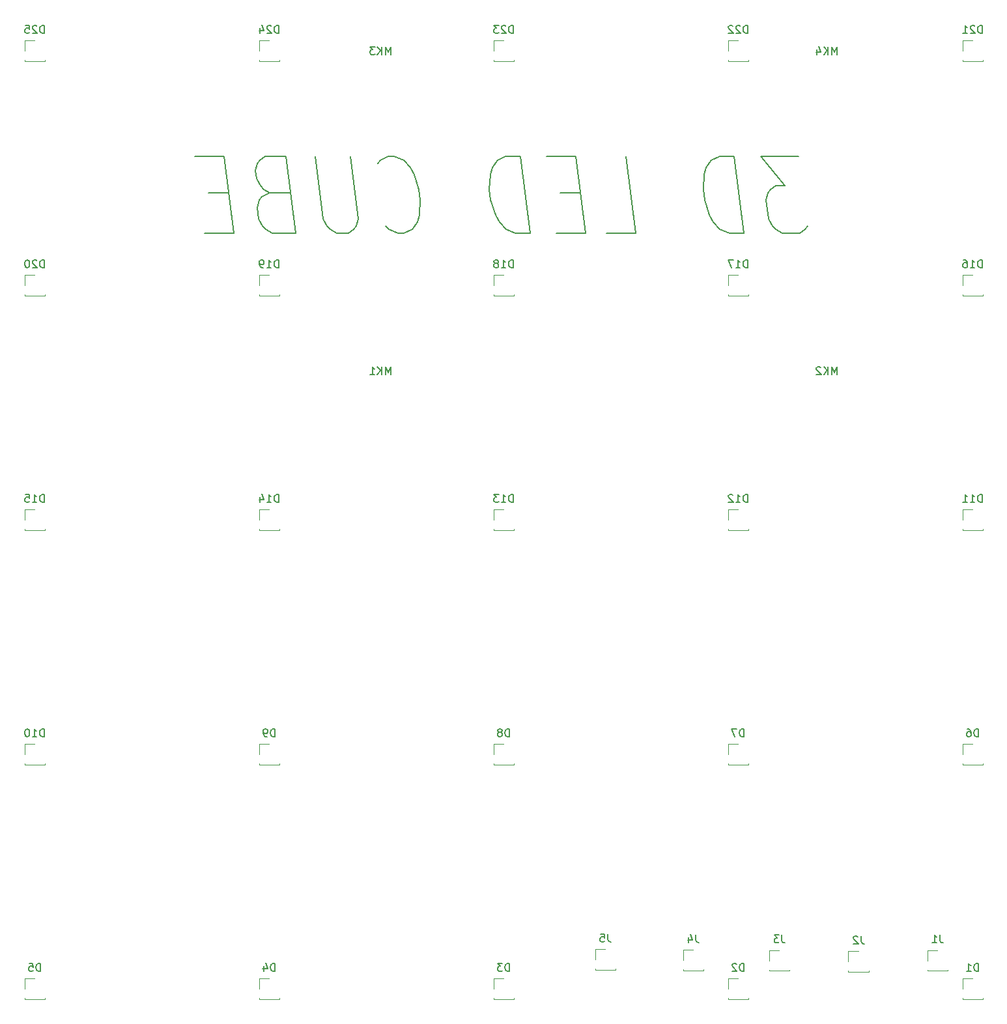
<source format=gbo>
%TF.GenerationSoftware,KiCad,Pcbnew,(6.0.5)*%
%TF.CreationDate,2022-06-12T15:20:55+02:00*%
%TF.ProjectId,3d cube,33642063-7562-4652-9e6b-696361645f70,rev?*%
%TF.SameCoordinates,PX849f6a8PYc7b8a98*%
%TF.FileFunction,Legend,Bot*%
%TF.FilePolarity,Positive*%
%FSLAX46Y46*%
G04 Gerber Fmt 4.6, Leading zero omitted, Abs format (unit mm)*
G04 Created by KiCad (PCBNEW (6.0.5)) date 2022-06-12 15:20:55*
%MOMM*%
%LPD*%
G01*
G04 APERTURE LIST*
%ADD10C,0.150000*%
%ADD11C,0.120000*%
G04 APERTURE END LIST*
D10*
X107324297Y115839191D02*
X102371916Y115839191D01*
X105514773Y112029667D01*
X104371916Y112029667D01*
X103669535Y111553477D01*
X103348107Y111077286D01*
X103086202Y110124905D01*
X103383821Y107743953D01*
X103883821Y106791572D01*
X104324297Y106315381D01*
X105145726Y105839191D01*
X107431440Y105839191D01*
X108133821Y106315381D01*
X108455250Y106791572D01*
X100193345Y105839191D02*
X98943345Y115839191D01*
X97038583Y115839191D01*
X95955250Y115363000D01*
X95312392Y114410620D01*
X95050488Y113458239D01*
X94907630Y111553477D01*
X95086202Y110124905D01*
X95705250Y108220143D01*
X96205250Y107267762D01*
X97086202Y106315381D01*
X98288583Y105839191D01*
X100193345Y105839191D01*
X82288583Y105839191D02*
X86098107Y105839191D01*
X84848107Y115839191D01*
X78967154Y111077286D02*
X76300488Y111077286D01*
X75812392Y105839191D02*
X79621916Y105839191D01*
X78371916Y115839191D01*
X74562392Y115839191D01*
X72383821Y105839191D02*
X71133821Y115839191D01*
X69229059Y115839191D01*
X68145726Y115363000D01*
X67502869Y114410620D01*
X67240964Y113458239D01*
X67098107Y111553477D01*
X67276678Y110124905D01*
X67895726Y108220143D01*
X68395726Y107267762D01*
X69276678Y106315381D01*
X70479059Y105839191D01*
X72383821Y105839191D01*
X53598107Y106791572D02*
X54038583Y106315381D01*
X55240964Y105839191D01*
X56002869Y105839191D01*
X57086202Y106315381D01*
X57729059Y107267762D01*
X57990964Y108220143D01*
X58133821Y110124905D01*
X57955250Y111553477D01*
X57336202Y113458239D01*
X56836202Y114410620D01*
X55955250Y115363000D01*
X54752869Y115839191D01*
X53990964Y115839191D01*
X52907630Y115363000D01*
X52586202Y114886810D01*
X49038583Y115839191D02*
X50050488Y107743953D01*
X49788583Y106791572D01*
X49467154Y106315381D01*
X48764773Y105839191D01*
X47240964Y105839191D01*
X46419535Y106315381D01*
X45979059Y106791572D01*
X45479059Y107743953D01*
X44467154Y115839191D01*
X38586202Y111077286D02*
X37502869Y110601096D01*
X37181440Y110124905D01*
X36919535Y109172524D01*
X37098107Y107743953D01*
X37598107Y106791572D01*
X38038583Y106315381D01*
X38860011Y105839191D01*
X41907630Y105839191D01*
X40657630Y115839191D01*
X37990964Y115839191D01*
X37288583Y115363000D01*
X36967154Y114886810D01*
X36705250Y113934429D01*
X36824297Y112982048D01*
X37324297Y112029667D01*
X37764773Y111553477D01*
X38586202Y111077286D01*
X41252869Y111077286D01*
X33252869Y111077286D02*
X30586202Y111077286D01*
X30098107Y105839191D02*
X33907630Y105839191D01*
X32657630Y115839191D01*
X28848107Y115839191D01*
%TO.C,MK1*%
X54268523Y87470620D02*
X54268523Y88470620D01*
X53935190Y87756334D01*
X53601857Y88470620D01*
X53601857Y87470620D01*
X53125666Y87470620D02*
X53125666Y88470620D01*
X52554238Y87470620D02*
X52982809Y88042048D01*
X52554238Y88470620D02*
X53125666Y87899191D01*
X51601857Y87470620D02*
X52173285Y87470620D01*
X51887571Y87470620D02*
X51887571Y88470620D01*
X51982809Y88327762D01*
X52078047Y88232524D01*
X52173285Y88184905D01*
%TO.C,MK2*%
X112268523Y87470620D02*
X112268523Y88470620D01*
X111935190Y87756334D01*
X111601857Y88470620D01*
X111601857Y87470620D01*
X111125666Y87470620D02*
X111125666Y88470620D01*
X110554238Y87470620D02*
X110982809Y88042048D01*
X110554238Y88470620D02*
X111125666Y87899191D01*
X110173285Y88375381D02*
X110125666Y88423000D01*
X110030428Y88470620D01*
X109792333Y88470620D01*
X109697095Y88423000D01*
X109649476Y88375381D01*
X109601857Y88280143D01*
X109601857Y88184905D01*
X109649476Y88042048D01*
X110220904Y87470620D01*
X109601857Y87470620D01*
%TO.C,MK3*%
X54268523Y129070620D02*
X54268523Y130070620D01*
X53935190Y129356334D01*
X53601857Y130070620D01*
X53601857Y129070620D01*
X53125666Y129070620D02*
X53125666Y130070620D01*
X52554238Y129070620D02*
X52982809Y129642048D01*
X52554238Y130070620D02*
X53125666Y129499191D01*
X52220904Y130070620D02*
X51601857Y130070620D01*
X51935190Y129689667D01*
X51792333Y129689667D01*
X51697095Y129642048D01*
X51649476Y129594429D01*
X51601857Y129499191D01*
X51601857Y129261096D01*
X51649476Y129165858D01*
X51697095Y129118239D01*
X51792333Y129070620D01*
X52078047Y129070620D01*
X52173285Y129118239D01*
X52220904Y129165858D01*
%TO.C,MK4*%
X112268523Y129070620D02*
X112268523Y130070620D01*
X111935190Y129356334D01*
X111601857Y130070620D01*
X111601857Y129070620D01*
X111125666Y129070620D02*
X111125666Y130070620D01*
X110554238Y129070620D02*
X110982809Y129642048D01*
X110554238Y130070620D02*
X111125666Y129499191D01*
X109697095Y129737286D02*
X109697095Y129070620D01*
X109935190Y130118239D02*
X110173285Y129403953D01*
X109554238Y129403953D01*
%TO.C,D14*%
X39695285Y70897620D02*
X39695285Y71897620D01*
X39457190Y71897620D01*
X39314333Y71850000D01*
X39219095Y71754762D01*
X39171476Y71659524D01*
X39123857Y71469048D01*
X39123857Y71326191D01*
X39171476Y71135715D01*
X39219095Y71040477D01*
X39314333Y70945239D01*
X39457190Y70897620D01*
X39695285Y70897620D01*
X38171476Y70897620D02*
X38742904Y70897620D01*
X38457190Y70897620D02*
X38457190Y71897620D01*
X38552428Y71754762D01*
X38647666Y71659524D01*
X38742904Y71611905D01*
X37314333Y71564286D02*
X37314333Y70897620D01*
X37552428Y71945239D02*
X37790523Y71230953D01*
X37171476Y71230953D01*
%TO.C,D13*%
X70175285Y70897620D02*
X70175285Y71897620D01*
X69937190Y71897620D01*
X69794333Y71850000D01*
X69699095Y71754762D01*
X69651476Y71659524D01*
X69603857Y71469048D01*
X69603857Y71326191D01*
X69651476Y71135715D01*
X69699095Y71040477D01*
X69794333Y70945239D01*
X69937190Y70897620D01*
X70175285Y70897620D01*
X68651476Y70897620D02*
X69222904Y70897620D01*
X68937190Y70897620D02*
X68937190Y71897620D01*
X69032428Y71754762D01*
X69127666Y71659524D01*
X69222904Y71611905D01*
X68318142Y71897620D02*
X67699095Y71897620D01*
X68032428Y71516667D01*
X67889571Y71516667D01*
X67794333Y71469048D01*
X67746714Y71421429D01*
X67699095Y71326191D01*
X67699095Y71088096D01*
X67746714Y70992858D01*
X67794333Y70945239D01*
X67889571Y70897620D01*
X68175285Y70897620D01*
X68270523Y70945239D01*
X68318142Y70992858D01*
%TO.C,D6*%
X130659095Y40417620D02*
X130659095Y41417620D01*
X130421000Y41417620D01*
X130278142Y41370000D01*
X130182904Y41274762D01*
X130135285Y41179524D01*
X130087666Y40989048D01*
X130087666Y40846191D01*
X130135285Y40655715D01*
X130182904Y40560477D01*
X130278142Y40465239D01*
X130421000Y40417620D01*
X130659095Y40417620D01*
X129230523Y41417620D02*
X129421000Y41417620D01*
X129516238Y41370000D01*
X129563857Y41322381D01*
X129659095Y41179524D01*
X129706714Y40989048D01*
X129706714Y40608096D01*
X129659095Y40512858D01*
X129611476Y40465239D01*
X129516238Y40417620D01*
X129325761Y40417620D01*
X129230523Y40465239D01*
X129182904Y40512858D01*
X129135285Y40608096D01*
X129135285Y40846191D01*
X129182904Y40941429D01*
X129230523Y40989048D01*
X129325761Y41036667D01*
X129516238Y41036667D01*
X129611476Y40989048D01*
X129659095Y40941429D01*
X129706714Y40846191D01*
%TO.C,J1*%
X125682333Y14620620D02*
X125682333Y13906334D01*
X125729952Y13763477D01*
X125825190Y13668239D01*
X125968047Y13620620D01*
X126063285Y13620620D01*
X124682333Y13620620D02*
X125253761Y13620620D01*
X124968047Y13620620D02*
X124968047Y14620620D01*
X125063285Y14477762D01*
X125158523Y14382524D01*
X125253761Y14334905D01*
%TO.C,D25*%
X9215285Y131857620D02*
X9215285Y132857620D01*
X8977190Y132857620D01*
X8834333Y132810000D01*
X8739095Y132714762D01*
X8691476Y132619524D01*
X8643857Y132429048D01*
X8643857Y132286191D01*
X8691476Y132095715D01*
X8739095Y132000477D01*
X8834333Y131905239D01*
X8977190Y131857620D01*
X9215285Y131857620D01*
X8262904Y132762381D02*
X8215285Y132810000D01*
X8120047Y132857620D01*
X7881952Y132857620D01*
X7786714Y132810000D01*
X7739095Y132762381D01*
X7691476Y132667143D01*
X7691476Y132571905D01*
X7739095Y132429048D01*
X8310523Y131857620D01*
X7691476Y131857620D01*
X6786714Y132857620D02*
X7262904Y132857620D01*
X7310523Y132381429D01*
X7262904Y132429048D01*
X7167666Y132476667D01*
X6929571Y132476667D01*
X6834333Y132429048D01*
X6786714Y132381429D01*
X6739095Y132286191D01*
X6739095Y132048096D01*
X6786714Y131952858D01*
X6834333Y131905239D01*
X6929571Y131857620D01*
X7167666Y131857620D01*
X7262904Y131905239D01*
X7310523Y131952858D01*
%TO.C,D7*%
X100179095Y40417620D02*
X100179095Y41417620D01*
X99941000Y41417620D01*
X99798142Y41370000D01*
X99702904Y41274762D01*
X99655285Y41179524D01*
X99607666Y40989048D01*
X99607666Y40846191D01*
X99655285Y40655715D01*
X99702904Y40560477D01*
X99798142Y40465239D01*
X99941000Y40417620D01*
X100179095Y40417620D01*
X99274333Y41417620D02*
X98607666Y41417620D01*
X99036238Y40417620D01*
%TO.C,D15*%
X9215285Y70897620D02*
X9215285Y71897620D01*
X8977190Y71897620D01*
X8834333Y71850000D01*
X8739095Y71754762D01*
X8691476Y71659524D01*
X8643857Y71469048D01*
X8643857Y71326191D01*
X8691476Y71135715D01*
X8739095Y71040477D01*
X8834333Y70945239D01*
X8977190Y70897620D01*
X9215285Y70897620D01*
X7691476Y70897620D02*
X8262904Y70897620D01*
X7977190Y70897620D02*
X7977190Y71897620D01*
X8072428Y71754762D01*
X8167666Y71659524D01*
X8262904Y71611905D01*
X6786714Y71897620D02*
X7262904Y71897620D01*
X7310523Y71421429D01*
X7262904Y71469048D01*
X7167666Y71516667D01*
X6929571Y71516667D01*
X6834333Y71469048D01*
X6786714Y71421429D01*
X6739095Y71326191D01*
X6739095Y71088096D01*
X6786714Y70992858D01*
X6834333Y70945239D01*
X6929571Y70897620D01*
X7167666Y70897620D01*
X7262904Y70945239D01*
X7310523Y70992858D01*
%TO.C,J4*%
X93932333Y14661499D02*
X93932333Y13947213D01*
X93979952Y13804356D01*
X94075190Y13709118D01*
X94218047Y13661499D01*
X94313285Y13661499D01*
X93027571Y14328165D02*
X93027571Y13661499D01*
X93265666Y14709118D02*
X93503761Y13994832D01*
X92884714Y13994832D01*
%TO.C,D23*%
X70175285Y131857620D02*
X70175285Y132857620D01*
X69937190Y132857620D01*
X69794333Y132810000D01*
X69699095Y132714762D01*
X69651476Y132619524D01*
X69603857Y132429048D01*
X69603857Y132286191D01*
X69651476Y132095715D01*
X69699095Y132000477D01*
X69794333Y131905239D01*
X69937190Y131857620D01*
X70175285Y131857620D01*
X69222904Y132762381D02*
X69175285Y132810000D01*
X69080047Y132857620D01*
X68841952Y132857620D01*
X68746714Y132810000D01*
X68699095Y132762381D01*
X68651476Y132667143D01*
X68651476Y132571905D01*
X68699095Y132429048D01*
X69270523Y131857620D01*
X68651476Y131857620D01*
X68318142Y132857620D02*
X67699095Y132857620D01*
X68032428Y132476667D01*
X67889571Y132476667D01*
X67794333Y132429048D01*
X67746714Y132381429D01*
X67699095Y132286191D01*
X67699095Y132048096D01*
X67746714Y131952858D01*
X67794333Y131905239D01*
X67889571Y131857620D01*
X68175285Y131857620D01*
X68270523Y131905239D01*
X68318142Y131952858D01*
%TO.C,D21*%
X131135285Y131857620D02*
X131135285Y132857620D01*
X130897190Y132857620D01*
X130754333Y132810000D01*
X130659095Y132714762D01*
X130611476Y132619524D01*
X130563857Y132429048D01*
X130563857Y132286191D01*
X130611476Y132095715D01*
X130659095Y132000477D01*
X130754333Y131905239D01*
X130897190Y131857620D01*
X131135285Y131857620D01*
X130182904Y132762381D02*
X130135285Y132810000D01*
X130040047Y132857620D01*
X129801952Y132857620D01*
X129706714Y132810000D01*
X129659095Y132762381D01*
X129611476Y132667143D01*
X129611476Y132571905D01*
X129659095Y132429048D01*
X130230523Y131857620D01*
X129611476Y131857620D01*
X128659095Y131857620D02*
X129230523Y131857620D01*
X128944809Y131857620D02*
X128944809Y132857620D01*
X129040047Y132714762D01*
X129135285Y132619524D01*
X129230523Y132571905D01*
%TO.C,D24*%
X39695285Y131857620D02*
X39695285Y132857620D01*
X39457190Y132857620D01*
X39314333Y132810000D01*
X39219095Y132714762D01*
X39171476Y132619524D01*
X39123857Y132429048D01*
X39123857Y132286191D01*
X39171476Y132095715D01*
X39219095Y132000477D01*
X39314333Y131905239D01*
X39457190Y131857620D01*
X39695285Y131857620D01*
X38742904Y132762381D02*
X38695285Y132810000D01*
X38600047Y132857620D01*
X38361952Y132857620D01*
X38266714Y132810000D01*
X38219095Y132762381D01*
X38171476Y132667143D01*
X38171476Y132571905D01*
X38219095Y132429048D01*
X38790523Y131857620D01*
X38171476Y131857620D01*
X37314333Y132524286D02*
X37314333Y131857620D01*
X37552428Y132905239D02*
X37790523Y132190953D01*
X37171476Y132190953D01*
%TO.C,D19*%
X39695285Y101377620D02*
X39695285Y102377620D01*
X39457190Y102377620D01*
X39314333Y102330000D01*
X39219095Y102234762D01*
X39171476Y102139524D01*
X39123857Y101949048D01*
X39123857Y101806191D01*
X39171476Y101615715D01*
X39219095Y101520477D01*
X39314333Y101425239D01*
X39457190Y101377620D01*
X39695285Y101377620D01*
X38171476Y101377620D02*
X38742904Y101377620D01*
X38457190Y101377620D02*
X38457190Y102377620D01*
X38552428Y102234762D01*
X38647666Y102139524D01*
X38742904Y102091905D01*
X37695285Y101377620D02*
X37504809Y101377620D01*
X37409571Y101425239D01*
X37361952Y101472858D01*
X37266714Y101615715D01*
X37219095Y101806191D01*
X37219095Y102187143D01*
X37266714Y102282381D01*
X37314333Y102330000D01*
X37409571Y102377620D01*
X37600047Y102377620D01*
X37695285Y102330000D01*
X37742904Y102282381D01*
X37790523Y102187143D01*
X37790523Y101949048D01*
X37742904Y101853810D01*
X37695285Y101806191D01*
X37600047Y101758572D01*
X37409571Y101758572D01*
X37314333Y101806191D01*
X37266714Y101853810D01*
X37219095Y101949048D01*
%TO.C,D8*%
X69699095Y40417620D02*
X69699095Y41417620D01*
X69461000Y41417620D01*
X69318142Y41370000D01*
X69222904Y41274762D01*
X69175285Y41179524D01*
X69127666Y40989048D01*
X69127666Y40846191D01*
X69175285Y40655715D01*
X69222904Y40560477D01*
X69318142Y40465239D01*
X69461000Y40417620D01*
X69699095Y40417620D01*
X68556238Y40989048D02*
X68651476Y41036667D01*
X68699095Y41084286D01*
X68746714Y41179524D01*
X68746714Y41227143D01*
X68699095Y41322381D01*
X68651476Y41370000D01*
X68556238Y41417620D01*
X68365761Y41417620D01*
X68270523Y41370000D01*
X68222904Y41322381D01*
X68175285Y41227143D01*
X68175285Y41179524D01*
X68222904Y41084286D01*
X68270523Y41036667D01*
X68365761Y40989048D01*
X68556238Y40989048D01*
X68651476Y40941429D01*
X68699095Y40893810D01*
X68746714Y40798572D01*
X68746714Y40608096D01*
X68699095Y40512858D01*
X68651476Y40465239D01*
X68556238Y40417620D01*
X68365761Y40417620D01*
X68270523Y40465239D01*
X68222904Y40512858D01*
X68175285Y40608096D01*
X68175285Y40798572D01*
X68222904Y40893810D01*
X68270523Y40941429D01*
X68365761Y40989048D01*
%TO.C,D16*%
X131135285Y101377620D02*
X131135285Y102377620D01*
X130897190Y102377620D01*
X130754333Y102330000D01*
X130659095Y102234762D01*
X130611476Y102139524D01*
X130563857Y101949048D01*
X130563857Y101806191D01*
X130611476Y101615715D01*
X130659095Y101520477D01*
X130754333Y101425239D01*
X130897190Y101377620D01*
X131135285Y101377620D01*
X129611476Y101377620D02*
X130182904Y101377620D01*
X129897190Y101377620D02*
X129897190Y102377620D01*
X129992428Y102234762D01*
X130087666Y102139524D01*
X130182904Y102091905D01*
X128754333Y102377620D02*
X128944809Y102377620D01*
X129040047Y102330000D01*
X129087666Y102282381D01*
X129182904Y102139524D01*
X129230523Y101949048D01*
X129230523Y101568096D01*
X129182904Y101472858D01*
X129135285Y101425239D01*
X129040047Y101377620D01*
X128849571Y101377620D01*
X128754333Y101425239D01*
X128706714Y101472858D01*
X128659095Y101568096D01*
X128659095Y101806191D01*
X128706714Y101901429D01*
X128754333Y101949048D01*
X128849571Y101996667D01*
X129040047Y101996667D01*
X129135285Y101949048D01*
X129182904Y101901429D01*
X129230523Y101806191D01*
%TO.C,D1*%
X130659095Y9937620D02*
X130659095Y10937620D01*
X130421000Y10937620D01*
X130278142Y10890000D01*
X130182904Y10794762D01*
X130135285Y10699524D01*
X130087666Y10509048D01*
X130087666Y10366191D01*
X130135285Y10175715D01*
X130182904Y10080477D01*
X130278142Y9985239D01*
X130421000Y9937620D01*
X130659095Y9937620D01*
X129135285Y9937620D02*
X129706714Y9937620D01*
X129421000Y9937620D02*
X129421000Y10937620D01*
X129516238Y10794762D01*
X129611476Y10699524D01*
X129706714Y10651905D01*
%TO.C,D4*%
X39219095Y9937620D02*
X39219095Y10937620D01*
X38981000Y10937620D01*
X38838142Y10890000D01*
X38742904Y10794762D01*
X38695285Y10699524D01*
X38647666Y10509048D01*
X38647666Y10366191D01*
X38695285Y10175715D01*
X38742904Y10080477D01*
X38838142Y9985239D01*
X38981000Y9937620D01*
X39219095Y9937620D01*
X37790523Y10604286D02*
X37790523Y9937620D01*
X38028619Y10985239D02*
X38266714Y10270953D01*
X37647666Y10270953D01*
%TO.C,D18*%
X70175285Y101377620D02*
X70175285Y102377620D01*
X69937190Y102377620D01*
X69794333Y102330000D01*
X69699095Y102234762D01*
X69651476Y102139524D01*
X69603857Y101949048D01*
X69603857Y101806191D01*
X69651476Y101615715D01*
X69699095Y101520477D01*
X69794333Y101425239D01*
X69937190Y101377620D01*
X70175285Y101377620D01*
X68651476Y101377620D02*
X69222904Y101377620D01*
X68937190Y101377620D02*
X68937190Y102377620D01*
X69032428Y102234762D01*
X69127666Y102139524D01*
X69222904Y102091905D01*
X68080047Y101949048D02*
X68175285Y101996667D01*
X68222904Y102044286D01*
X68270523Y102139524D01*
X68270523Y102187143D01*
X68222904Y102282381D01*
X68175285Y102330000D01*
X68080047Y102377620D01*
X67889571Y102377620D01*
X67794333Y102330000D01*
X67746714Y102282381D01*
X67699095Y102187143D01*
X67699095Y102139524D01*
X67746714Y102044286D01*
X67794333Y101996667D01*
X67889571Y101949048D01*
X68080047Y101949048D01*
X68175285Y101901429D01*
X68222904Y101853810D01*
X68270523Y101758572D01*
X68270523Y101568096D01*
X68222904Y101472858D01*
X68175285Y101425239D01*
X68080047Y101377620D01*
X67889571Y101377620D01*
X67794333Y101425239D01*
X67746714Y101472858D01*
X67699095Y101568096D01*
X67699095Y101758572D01*
X67746714Y101853810D01*
X67794333Y101901429D01*
X67889571Y101949048D01*
%TO.C,D11*%
X131135285Y70897620D02*
X131135285Y71897620D01*
X130897190Y71897620D01*
X130754333Y71850000D01*
X130659095Y71754762D01*
X130611476Y71659524D01*
X130563857Y71469048D01*
X130563857Y71326191D01*
X130611476Y71135715D01*
X130659095Y71040477D01*
X130754333Y70945239D01*
X130897190Y70897620D01*
X131135285Y70897620D01*
X129611476Y70897620D02*
X130182904Y70897620D01*
X129897190Y70897620D02*
X129897190Y71897620D01*
X129992428Y71754762D01*
X130087666Y71659524D01*
X130182904Y71611905D01*
X128659095Y70897620D02*
X129230523Y70897620D01*
X128944809Y70897620D02*
X128944809Y71897620D01*
X129040047Y71754762D01*
X129135285Y71659524D01*
X129230523Y71611905D01*
%TO.C,D22*%
X100655285Y131857620D02*
X100655285Y132857620D01*
X100417190Y132857620D01*
X100274333Y132810000D01*
X100179095Y132714762D01*
X100131476Y132619524D01*
X100083857Y132429048D01*
X100083857Y132286191D01*
X100131476Y132095715D01*
X100179095Y132000477D01*
X100274333Y131905239D01*
X100417190Y131857620D01*
X100655285Y131857620D01*
X99702904Y132762381D02*
X99655285Y132810000D01*
X99560047Y132857620D01*
X99321952Y132857620D01*
X99226714Y132810000D01*
X99179095Y132762381D01*
X99131476Y132667143D01*
X99131476Y132571905D01*
X99179095Y132429048D01*
X99750523Y131857620D01*
X99131476Y131857620D01*
X98750523Y132762381D02*
X98702904Y132810000D01*
X98607666Y132857620D01*
X98369571Y132857620D01*
X98274333Y132810000D01*
X98226714Y132762381D01*
X98179095Y132667143D01*
X98179095Y132571905D01*
X98226714Y132429048D01*
X98798142Y131857620D01*
X98179095Y131857620D01*
%TO.C,D5*%
X8739095Y9937620D02*
X8739095Y10937620D01*
X8501000Y10937620D01*
X8358142Y10890000D01*
X8262904Y10794762D01*
X8215285Y10699524D01*
X8167666Y10509048D01*
X8167666Y10366191D01*
X8215285Y10175715D01*
X8262904Y10080477D01*
X8358142Y9985239D01*
X8501000Y9937620D01*
X8739095Y9937620D01*
X7262904Y10937620D02*
X7739095Y10937620D01*
X7786714Y10461429D01*
X7739095Y10509048D01*
X7643857Y10556667D01*
X7405761Y10556667D01*
X7310523Y10509048D01*
X7262904Y10461429D01*
X7215285Y10366191D01*
X7215285Y10128096D01*
X7262904Y10032858D01*
X7310523Y9985239D01*
X7405761Y9937620D01*
X7643857Y9937620D01*
X7739095Y9985239D01*
X7786714Y10032858D01*
%TO.C,D17*%
X100655285Y101377620D02*
X100655285Y102377620D01*
X100417190Y102377620D01*
X100274333Y102330000D01*
X100179095Y102234762D01*
X100131476Y102139524D01*
X100083857Y101949048D01*
X100083857Y101806191D01*
X100131476Y101615715D01*
X100179095Y101520477D01*
X100274333Y101425239D01*
X100417190Y101377620D01*
X100655285Y101377620D01*
X99131476Y101377620D02*
X99702904Y101377620D01*
X99417190Y101377620D02*
X99417190Y102377620D01*
X99512428Y102234762D01*
X99607666Y102139524D01*
X99702904Y102091905D01*
X98798142Y102377620D02*
X98131476Y102377620D01*
X98560047Y101377620D01*
%TO.C,D12*%
X100655285Y70897620D02*
X100655285Y71897620D01*
X100417190Y71897620D01*
X100274333Y71850000D01*
X100179095Y71754762D01*
X100131476Y71659524D01*
X100083857Y71469048D01*
X100083857Y71326191D01*
X100131476Y71135715D01*
X100179095Y71040477D01*
X100274333Y70945239D01*
X100417190Y70897620D01*
X100655285Y70897620D01*
X99131476Y70897620D02*
X99702904Y70897620D01*
X99417190Y70897620D02*
X99417190Y71897620D01*
X99512428Y71754762D01*
X99607666Y71659524D01*
X99702904Y71611905D01*
X98750523Y71802381D02*
X98702904Y71850000D01*
X98607666Y71897620D01*
X98369571Y71897620D01*
X98274333Y71850000D01*
X98226714Y71802381D01*
X98179095Y71707143D01*
X98179095Y71611905D01*
X98226714Y71469048D01*
X98798142Y70897620D01*
X98179095Y70897620D01*
%TO.C,D2*%
X100179095Y9937620D02*
X100179095Y10937620D01*
X99941000Y10937620D01*
X99798142Y10890000D01*
X99702904Y10794762D01*
X99655285Y10699524D01*
X99607666Y10509048D01*
X99607666Y10366191D01*
X99655285Y10175715D01*
X99702904Y10080477D01*
X99798142Y9985239D01*
X99941000Y9937620D01*
X100179095Y9937620D01*
X99226714Y10842381D02*
X99179095Y10890000D01*
X99083857Y10937620D01*
X98845761Y10937620D01*
X98750523Y10890000D01*
X98702904Y10842381D01*
X98655285Y10747143D01*
X98655285Y10651905D01*
X98702904Y10509048D01*
X99274333Y9937620D01*
X98655285Y9937620D01*
%TO.C,J5*%
X82502333Y14747620D02*
X82502333Y14033334D01*
X82549952Y13890477D01*
X82645190Y13795239D01*
X82788047Y13747620D01*
X82883285Y13747620D01*
X81549952Y14747620D02*
X82026142Y14747620D01*
X82073761Y14271429D01*
X82026142Y14319048D01*
X81930904Y14366667D01*
X81692809Y14366667D01*
X81597571Y14319048D01*
X81549952Y14271429D01*
X81502333Y14176191D01*
X81502333Y13938096D01*
X81549952Y13842858D01*
X81597571Y13795239D01*
X81692809Y13747620D01*
X81930904Y13747620D01*
X82026142Y13795239D01*
X82073761Y13842858D01*
%TO.C,J3*%
X105129278Y14620620D02*
X105129278Y13906334D01*
X105176897Y13763477D01*
X105272135Y13668239D01*
X105414992Y13620620D01*
X105510230Y13620620D01*
X104748325Y14620620D02*
X104129278Y14620620D01*
X104462611Y14239667D01*
X104319754Y14239667D01*
X104224516Y14192048D01*
X104176897Y14144429D01*
X104129278Y14049191D01*
X104129278Y13811096D01*
X104176897Y13715858D01*
X104224516Y13668239D01*
X104319754Y13620620D01*
X104605468Y13620620D01*
X104700706Y13668239D01*
X104748325Y13715858D01*
%TO.C,D9*%
X39219095Y40417620D02*
X39219095Y41417620D01*
X38981000Y41417620D01*
X38838142Y41370000D01*
X38742904Y41274762D01*
X38695285Y41179524D01*
X38647666Y40989048D01*
X38647666Y40846191D01*
X38695285Y40655715D01*
X38742904Y40560477D01*
X38838142Y40465239D01*
X38981000Y40417620D01*
X39219095Y40417620D01*
X38171476Y40417620D02*
X37981000Y40417620D01*
X37885761Y40465239D01*
X37838142Y40512858D01*
X37742904Y40655715D01*
X37695285Y40846191D01*
X37695285Y41227143D01*
X37742904Y41322381D01*
X37790523Y41370000D01*
X37885761Y41417620D01*
X38076238Y41417620D01*
X38171476Y41370000D01*
X38219095Y41322381D01*
X38266714Y41227143D01*
X38266714Y40989048D01*
X38219095Y40893810D01*
X38171476Y40846191D01*
X38076238Y40798572D01*
X37885761Y40798572D01*
X37790523Y40846191D01*
X37742904Y40893810D01*
X37695285Y40989048D01*
%TO.C,J2*%
X115422333Y14493620D02*
X115422333Y13779334D01*
X115469952Y13636477D01*
X115565190Y13541239D01*
X115708047Y13493620D01*
X115803285Y13493620D01*
X114993761Y14398381D02*
X114946142Y14446000D01*
X114850904Y14493620D01*
X114612809Y14493620D01*
X114517571Y14446000D01*
X114469952Y14398381D01*
X114422333Y14303143D01*
X114422333Y14207905D01*
X114469952Y14065048D01*
X115041380Y13493620D01*
X114422333Y13493620D01*
%TO.C,D10*%
X9215285Y40417620D02*
X9215285Y41417620D01*
X8977190Y41417620D01*
X8834333Y41370000D01*
X8739095Y41274762D01*
X8691476Y41179524D01*
X8643857Y40989048D01*
X8643857Y40846191D01*
X8691476Y40655715D01*
X8739095Y40560477D01*
X8834333Y40465239D01*
X8977190Y40417620D01*
X9215285Y40417620D01*
X7691476Y40417620D02*
X8262904Y40417620D01*
X7977190Y40417620D02*
X7977190Y41417620D01*
X8072428Y41274762D01*
X8167666Y41179524D01*
X8262904Y41131905D01*
X7072428Y41417620D02*
X6977190Y41417620D01*
X6881952Y41370000D01*
X6834333Y41322381D01*
X6786714Y41227143D01*
X6739095Y41036667D01*
X6739095Y40798572D01*
X6786714Y40608096D01*
X6834333Y40512858D01*
X6881952Y40465239D01*
X6977190Y40417620D01*
X7072428Y40417620D01*
X7167666Y40465239D01*
X7215285Y40512858D01*
X7262904Y40608096D01*
X7310523Y40798572D01*
X7310523Y41036667D01*
X7262904Y41227143D01*
X7215285Y41322381D01*
X7167666Y41370000D01*
X7072428Y41417620D01*
%TO.C,D20*%
X9215285Y101377620D02*
X9215285Y102377620D01*
X8977190Y102377620D01*
X8834333Y102330000D01*
X8739095Y102234762D01*
X8691476Y102139524D01*
X8643857Y101949048D01*
X8643857Y101806191D01*
X8691476Y101615715D01*
X8739095Y101520477D01*
X8834333Y101425239D01*
X8977190Y101377620D01*
X9215285Y101377620D01*
X8262904Y102282381D02*
X8215285Y102330000D01*
X8120047Y102377620D01*
X7881952Y102377620D01*
X7786714Y102330000D01*
X7739095Y102282381D01*
X7691476Y102187143D01*
X7691476Y102091905D01*
X7739095Y101949048D01*
X8310523Y101377620D01*
X7691476Y101377620D01*
X7072428Y102377620D02*
X6977190Y102377620D01*
X6881952Y102330000D01*
X6834333Y102282381D01*
X6786714Y102187143D01*
X6739095Y101996667D01*
X6739095Y101758572D01*
X6786714Y101568096D01*
X6834333Y101472858D01*
X6881952Y101425239D01*
X6977190Y101377620D01*
X7072428Y101377620D01*
X7167666Y101425239D01*
X7215285Y101472858D01*
X7262904Y101568096D01*
X7310523Y101758572D01*
X7310523Y101996667D01*
X7262904Y102187143D01*
X7215285Y102282381D01*
X7167666Y102330000D01*
X7072428Y102377620D01*
%TO.C,D3*%
X69699095Y9937620D02*
X69699095Y10937620D01*
X69461000Y10937620D01*
X69318142Y10890000D01*
X69222904Y10794762D01*
X69175285Y10699524D01*
X69127666Y10509048D01*
X69127666Y10366191D01*
X69175285Y10175715D01*
X69222904Y10080477D01*
X69318142Y9985239D01*
X69461000Y9937620D01*
X69699095Y9937620D01*
X68794333Y10937620D02*
X68175285Y10937620D01*
X68508619Y10556667D01*
X68365761Y10556667D01*
X68270523Y10509048D01*
X68222904Y10461429D01*
X68175285Y10366191D01*
X68175285Y10128096D01*
X68222904Y10032858D01*
X68270523Y9985239D01*
X68365761Y9937620D01*
X68651476Y9937620D01*
X68746714Y9985239D01*
X68794333Y10032858D01*
D11*
%TO.C,D14*%
X37151000Y69910000D02*
X37151000Y68580000D01*
X38481000Y69910000D02*
X37151000Y69910000D01*
X39811000Y67250000D02*
X37151000Y67250000D01*
X39811000Y67370000D02*
X39811000Y67250000D01*
X37151000Y67370000D02*
X37151000Y67250000D01*
%TO.C,D13*%
X67631000Y69910000D02*
X67631000Y68580000D01*
X67631000Y67370000D02*
X67631000Y67250000D01*
X68961000Y69910000D02*
X67631000Y69910000D01*
X70291000Y67370000D02*
X70291000Y67250000D01*
X70291000Y67250000D02*
X67631000Y67250000D01*
%TO.C,D6*%
X128591000Y36890000D02*
X128591000Y36770000D01*
X128591000Y39430000D02*
X128591000Y38100000D01*
X129921000Y39430000D02*
X128591000Y39430000D01*
X131251000Y36890000D02*
X131251000Y36770000D01*
X131251000Y36770000D02*
X128591000Y36770000D01*
%TO.C,J1*%
X124019000Y12633000D02*
X124019000Y11303000D01*
X126679000Y10093000D02*
X126679000Y9973000D01*
X126679000Y9973000D02*
X124019000Y9973000D01*
X125349000Y12633000D02*
X124019000Y12633000D01*
X124019000Y10093000D02*
X124019000Y9973000D01*
%TO.C,D25*%
X6671000Y130870000D02*
X6671000Y129540000D01*
X6671000Y128330000D02*
X6671000Y128210000D01*
X9331000Y128330000D02*
X9331000Y128210000D01*
X8001000Y130870000D02*
X6671000Y130870000D01*
X9331000Y128210000D02*
X6671000Y128210000D01*
%TO.C,D7*%
X99441000Y39430000D02*
X98111000Y39430000D01*
X100771000Y36890000D02*
X100771000Y36770000D01*
X98111000Y39430000D02*
X98111000Y38100000D01*
X98111000Y36890000D02*
X98111000Y36770000D01*
X100771000Y36770000D02*
X98111000Y36770000D01*
%TO.C,D15*%
X6671000Y69910000D02*
X6671000Y68580000D01*
X8001000Y69910000D02*
X6671000Y69910000D01*
X6671000Y67370000D02*
X6671000Y67250000D01*
X9331000Y67370000D02*
X9331000Y67250000D01*
X9331000Y67250000D02*
X6671000Y67250000D01*
%TO.C,J4*%
X94929000Y10133879D02*
X94929000Y10013879D01*
X92269000Y10133879D02*
X92269000Y10013879D01*
X93599000Y12673879D02*
X92269000Y12673879D01*
X92269000Y12673879D02*
X92269000Y11343879D01*
X94929000Y10013879D02*
X92269000Y10013879D01*
%TO.C,D23*%
X67631000Y128330000D02*
X67631000Y128210000D01*
X70291000Y128210000D02*
X67631000Y128210000D01*
X67631000Y130870000D02*
X67631000Y129540000D01*
X70291000Y128330000D02*
X70291000Y128210000D01*
X68961000Y130870000D02*
X67631000Y130870000D01*
%TO.C,D21*%
X128591000Y128330000D02*
X128591000Y128210000D01*
X131251000Y128210000D02*
X128591000Y128210000D01*
X128591000Y130870000D02*
X128591000Y129540000D01*
X129921000Y130870000D02*
X128591000Y130870000D01*
X131251000Y128330000D02*
X131251000Y128210000D01*
%TO.C,D24*%
X37151000Y128330000D02*
X37151000Y128210000D01*
X37151000Y130870000D02*
X37151000Y129540000D01*
X39811000Y128330000D02*
X39811000Y128210000D01*
X39811000Y128210000D02*
X37151000Y128210000D01*
X38481000Y130870000D02*
X37151000Y130870000D01*
%TO.C,D19*%
X38481000Y100390000D02*
X37151000Y100390000D01*
X39811000Y97850000D02*
X39811000Y97730000D01*
X39811000Y97730000D02*
X37151000Y97730000D01*
X37151000Y97850000D02*
X37151000Y97730000D01*
X37151000Y100390000D02*
X37151000Y99060000D01*
%TO.C,D8*%
X67631000Y39430000D02*
X67631000Y38100000D01*
X67631000Y36890000D02*
X67631000Y36770000D01*
X68961000Y39430000D02*
X67631000Y39430000D01*
X70291000Y36770000D02*
X67631000Y36770000D01*
X70291000Y36890000D02*
X70291000Y36770000D01*
%TO.C,D16*%
X129921000Y100390000D02*
X128591000Y100390000D01*
X128591000Y97850000D02*
X128591000Y97730000D01*
X128591000Y100390000D02*
X128591000Y99060000D01*
X131251000Y97730000D02*
X128591000Y97730000D01*
X131251000Y97850000D02*
X131251000Y97730000D01*
%TO.C,D1*%
X129921000Y8950000D02*
X128591000Y8950000D01*
X128591000Y6410000D02*
X128591000Y6290000D01*
X128591000Y8950000D02*
X128591000Y7620000D01*
X131251000Y6290000D02*
X128591000Y6290000D01*
X131251000Y6410000D02*
X131251000Y6290000D01*
%TO.C,D4*%
X37151000Y8950000D02*
X37151000Y7620000D01*
X39811000Y6290000D02*
X37151000Y6290000D01*
X38481000Y8950000D02*
X37151000Y8950000D01*
X39811000Y6410000D02*
X39811000Y6290000D01*
X37151000Y6410000D02*
X37151000Y6290000D01*
%TO.C,D18*%
X67631000Y97850000D02*
X67631000Y97730000D01*
X70291000Y97730000D02*
X67631000Y97730000D01*
X70291000Y97850000D02*
X70291000Y97730000D01*
X68961000Y100390000D02*
X67631000Y100390000D01*
X67631000Y100390000D02*
X67631000Y99060000D01*
%TO.C,D11*%
X129921000Y69910000D02*
X128591000Y69910000D01*
X128591000Y69910000D02*
X128591000Y68580000D01*
X131251000Y67250000D02*
X128591000Y67250000D01*
X128591000Y67370000D02*
X128591000Y67250000D01*
X131251000Y67370000D02*
X131251000Y67250000D01*
%TO.C,D22*%
X100771000Y128330000D02*
X100771000Y128210000D01*
X100771000Y128210000D02*
X98111000Y128210000D01*
X99441000Y130870000D02*
X98111000Y130870000D01*
X98111000Y130870000D02*
X98111000Y129540000D01*
X98111000Y128330000D02*
X98111000Y128210000D01*
%TO.C,D5*%
X6671000Y8950000D02*
X6671000Y7620000D01*
X9331000Y6290000D02*
X6671000Y6290000D01*
X9331000Y6410000D02*
X9331000Y6290000D01*
X8001000Y8950000D02*
X6671000Y8950000D01*
X6671000Y6410000D02*
X6671000Y6290000D01*
%TO.C,D17*%
X100771000Y97730000D02*
X98111000Y97730000D01*
X100771000Y97850000D02*
X100771000Y97730000D01*
X99441000Y100390000D02*
X98111000Y100390000D01*
X98111000Y100390000D02*
X98111000Y99060000D01*
X98111000Y97850000D02*
X98111000Y97730000D01*
%TO.C,D12*%
X100771000Y67250000D02*
X98111000Y67250000D01*
X99441000Y69910000D02*
X98111000Y69910000D01*
X100771000Y67370000D02*
X100771000Y67250000D01*
X98111000Y69910000D02*
X98111000Y68580000D01*
X98111000Y67370000D02*
X98111000Y67250000D01*
%TO.C,D2*%
X99441000Y8950000D02*
X98111000Y8950000D01*
X98111000Y6410000D02*
X98111000Y6290000D01*
X100771000Y6290000D02*
X98111000Y6290000D01*
X100771000Y6410000D02*
X100771000Y6290000D01*
X98111000Y8950000D02*
X98111000Y7620000D01*
%TO.C,J5*%
X83499000Y10100000D02*
X80839000Y10100000D01*
X82169000Y12760000D02*
X80839000Y12760000D01*
X80839000Y10220000D02*
X80839000Y10100000D01*
X83499000Y10220000D02*
X83499000Y10100000D01*
X80839000Y12760000D02*
X80839000Y11430000D01*
%TO.C,J3*%
X106125945Y10093000D02*
X106125945Y9973000D01*
X103465945Y10093000D02*
X103465945Y9973000D01*
X106125945Y9973000D02*
X103465945Y9973000D01*
X104795945Y12633000D02*
X103465945Y12633000D01*
X103465945Y12633000D02*
X103465945Y11303000D01*
%TO.C,D9*%
X39811000Y36890000D02*
X39811000Y36770000D01*
X37151000Y36890000D02*
X37151000Y36770000D01*
X38481000Y39430000D02*
X37151000Y39430000D01*
X37151000Y39430000D02*
X37151000Y38100000D01*
X39811000Y36770000D02*
X37151000Y36770000D01*
%TO.C,J2*%
X115089000Y12506000D02*
X113759000Y12506000D01*
X116419000Y9966000D02*
X116419000Y9846000D01*
X113759000Y12506000D02*
X113759000Y11176000D01*
X116419000Y9846000D02*
X113759000Y9846000D01*
X113759000Y9966000D02*
X113759000Y9846000D01*
%TO.C,D10*%
X6671000Y39430000D02*
X6671000Y38100000D01*
X9331000Y36890000D02*
X9331000Y36770000D01*
X9331000Y36770000D02*
X6671000Y36770000D01*
X6671000Y36890000D02*
X6671000Y36770000D01*
X8001000Y39430000D02*
X6671000Y39430000D01*
%TO.C,D20*%
X8001000Y100390000D02*
X6671000Y100390000D01*
X9331000Y97730000D02*
X6671000Y97730000D01*
X6671000Y97850000D02*
X6671000Y97730000D01*
X6671000Y100390000D02*
X6671000Y99060000D01*
X9331000Y97850000D02*
X9331000Y97730000D01*
%TO.C,D3*%
X67631000Y6410000D02*
X67631000Y6290000D01*
X70291000Y6290000D02*
X67631000Y6290000D01*
X68961000Y8950000D02*
X67631000Y8950000D01*
X70291000Y6410000D02*
X70291000Y6290000D01*
X67631000Y8950000D02*
X67631000Y7620000D01*
%TD*%
M02*

</source>
